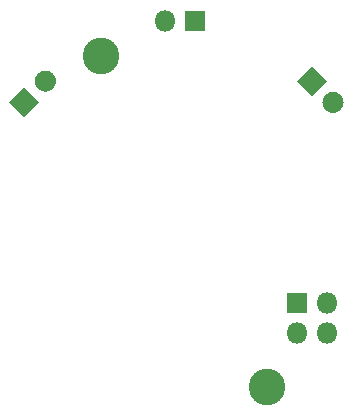
<source format=gbr>
%TF.GenerationSoftware,KiCad,Pcbnew,(5.1.6)-1*%
%TF.CreationDate,2020-09-12T21:12:53+02:00*%
%TF.ProjectId,shock absorber control + IMU v3,73686f63-6b20-4616-9273-6f7262657220,rev?*%
%TF.SameCoordinates,Original*%
%TF.FileFunction,Soldermask,Bot*%
%TF.FilePolarity,Negative*%
%FSLAX46Y46*%
G04 Gerber Fmt 4.6, Leading zero omitted, Abs format (unit mm)*
G04 Created by KiCad (PCBNEW (5.1.6)-1) date 2020-09-12 21:12:53*
%MOMM*%
%LPD*%
G01*
G04 APERTURE LIST*
%ADD10O,1.800000X1.800000*%
%ADD11R,1.800000X1.800000*%
%ADD12C,0.100000*%
%ADD13C,3.100000*%
G04 APERTURE END LIST*
D10*
%TO.C,J3*%
X157540000Y-104640000D03*
X155000000Y-104640000D03*
X157540000Y-102100000D03*
D11*
X155000000Y-102100000D03*
%TD*%
%TO.C,J4*%
G36*
G01*
X157384655Y-85732447D02*
X157384655Y-85732447D01*
G75*
G02*
X157384655Y-84459655I636396J636396D01*
G01*
X157384655Y-84459655D01*
G75*
G02*
X158657447Y-84459655I636396J-636396D01*
G01*
X158657447Y-84459655D01*
G75*
G02*
X158657447Y-85732447I-636396J-636396D01*
G01*
X158657447Y-85732447D01*
G75*
G02*
X157384655Y-85732447I-636396J636396D01*
G01*
G37*
D12*
G36*
X156225000Y-84572792D02*
G01*
X154952208Y-83300000D01*
X156225000Y-82027208D01*
X157497792Y-83300000D01*
X156225000Y-84572792D01*
G37*
%TD*%
%TO.C,J1*%
G36*
G01*
X134311396Y-83936396D02*
X134311396Y-83936396D01*
G75*
G02*
X133038604Y-83936396I-636396J636396D01*
G01*
X133038604Y-83936396D01*
G75*
G02*
X133038604Y-82663604I636396J636396D01*
G01*
X133038604Y-82663604D01*
G75*
G02*
X134311396Y-82663604I636396J-636396D01*
G01*
X134311396Y-82663604D01*
G75*
G02*
X134311396Y-83936396I-636396J-636396D01*
G01*
G37*
G36*
X133151741Y-85096051D02*
G01*
X131878949Y-86368843D01*
X130606157Y-85096051D01*
X131878949Y-83823259D01*
X133151741Y-85096051D01*
G37*
%TD*%
D10*
%TO.C,J2*%
X143785000Y-78175000D03*
D11*
X146325000Y-78175000D03*
%TD*%
D13*
%TO.C,H2*%
X152475000Y-109175000D03*
%TD*%
%TO.C,H1*%
X138370000Y-81180000D03*
%TD*%
M02*

</source>
